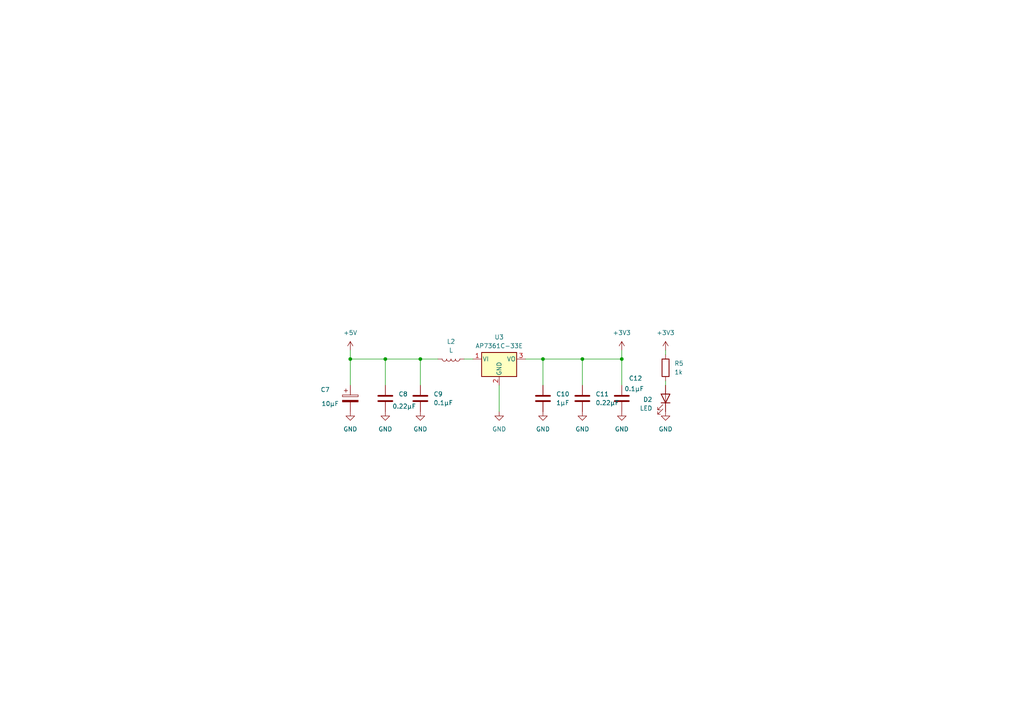
<source format=kicad_sch>
(kicad_sch (version 20231120) (generator "eeschema") (generator_version "8.0")
  (paper "A4")
  (lib_symbols
    (symbol "Device:C" (pin_numbers hide) (pin_names (offset 0.254))
      (property "Reference" "C" (at 0.635 2.54 0))
      (property "Value" "C" (at 0.635 -2.54 0))
      (symbol "C_0_1"
        (polyline (pts (xy -2.032 -0.762) (xy 2.032 -0.762)) (stroke (width 0.508)))
        (polyline (pts (xy -2.032 0.762) (xy 2.032 0.762)) (stroke (width 0.508)))
      )
      (symbol "C_1_1"
        (pin passive line (at 0 3.81 270) (length 2.794) (name "~") (number "1"))
        (pin passive line (at 0 -3.81 90) (length 2.794) (name "~") (number "2"))
      )
    )
    (symbol "Device:C_Polarized" (pin_numbers hide) (pin_names (offset 0.254))
      (property "Reference" "C" (at 0.635 2.54 0))
      (property "Value" "C_Polarized" (at 0.635 -2.54 0))
      (symbol "C_Polarized_0_1"
        (rectangle (start -2.286 0.508) (end 2.286 1.016))
        (polyline (pts (xy -1.778 2.286) (xy -0.762 2.286)))
        (polyline (pts (xy -1.27 2.794) (xy -1.27 1.778)))
        (rectangle (start 2.286 -0.508) (end -2.286 -1.016) (fill (type outline)))
      )
      (symbol "C_Polarized_1_1"
        (pin passive line (at 0 3.81 270) (length 2.794) (name "~") (number "1"))
        (pin passive line (at 0 -3.81 90) (length 2.794) (name "~") (number "2"))
      )
    )
    (symbol "Device:L" (pin_numbers hide) (pin_names (offset 1.016) hide)
      (property "Reference" "L" (at -1.27 0 90))
      (property "Value" "L" (at 1.905 0 90))
      (symbol "L_0_1"
        (arc (start 0 -2.54) (mid 0.6323 -1.905) (end 0 -1.27))
        (arc (start 0 -1.27) (mid 0.6323 -0.635) (end 0 0))
        (arc (start 0 0) (mid 0.6323 0.635) (end 0 1.27))
        (arc (start 0 1.27) (mid 0.6323 1.905) (end 0 2.54))
      )
      (symbol "L_1_1"
        (pin passive line (at 0 3.81 270) (length 1.27) (name "1") (number "1"))
        (pin passive line (at 0 -3.81 90) (length 1.27) (name "2") (number "2"))
      )
    )
    (symbol "Device:LED" (pin_numbers hide) (pin_names (offset 1.016) hide)
      (property "Reference" "D" (at 0 2.54 0))
      (property "Value" "LED" (at 0 -2.54 0))
      (symbol "LED_0_1"
        (polyline (pts (xy -1.27 -1.27) (xy -1.27 1.27)) (stroke (width 0.254)))
        (polyline (pts (xy -1.27 0) (xy 1.27 0)))
        (polyline (pts (xy 1.27 -1.27) (xy 1.27 1.27) (xy -1.27 0) (xy 1.27 -1.27)) (stroke (width 0.254)))
        (polyline (pts (xy -3.048 -0.762) (xy -4.572 -2.286) (xy -3.81 -2.286) (xy -4.572 -2.286) (xy -4.572 -1.524)))
        (polyline (pts (xy -1.778 -0.762) (xy -3.302 -2.286) (xy -2.54 -2.286) (xy -3.302 -2.286) (xy -3.302 -1.524)))
      )
      (symbol "LED_1_1"
        (pin passive line (at -3.81 0 0) (length 2.54) (name "K") (number "1"))
        (pin passive line (at 3.81 0 180) (length 2.54) (name "A") (number "2"))
      )
    )
    (symbol "Device:R" (pin_numbers hide) (pin_names (offset 0))
      (property "Reference" "R" (at 2.032 0 90))
      (property "Value" "R" (at 0 0 90))
      (symbol "R_0_1"
        (rectangle (start -1.016 -2.54) (end 1.016 2.54) (stroke (width 0.254)))
      )
      (symbol "R_1_1"
        (pin passive line (at 0 3.81 270) (length 1.27) (name "~") (number "1"))
        (pin passive line (at 0 -3.81 90) (length 1.27) (name "~") (number "2"))
      )
    )
    (symbol "Regulator_Linear:AP7361C-33E" (pin_names (offset 0.254))
      (property "Reference" "U" (at -3.81 3.175 0))
      (property "Value" "AP7361C-33E" (at 0 3.175 0))
      (symbol "AP7361C-33E_0_1"
        (rectangle (start -5.08 -5.08) (end 5.08 1.905) (stroke (width 0.254)) (fill (type background)))
      )
      (symbol "AP7361C-33E_1_1"
        (pin power_in line (at -7.62 0 0) (length 2.54) (name "VI") (number "1"))
        (pin power_in line (at 0 -7.62 90) (length 2.54) (name "GND") (number "2"))
        (pin power_out line (at 7.62 0 180) (length 2.54) (name "VO") (number "3"))
      )
    )
    (symbol "power:+3V3" (power) (pin_names (offset 0))
      (property "Value" "+3V3" (at 0 3.556 0))
      (symbol "+3V3_0_1"
        (polyline (pts (xy -0.762 1.27) (xy 0 2.54)))
        (polyline (pts (xy 0 0) (xy 0 2.54)))
        (polyline (pts (xy 0 2.54) (xy 0.762 1.27)))
      )
      (symbol "+3V3_1_1"
        (pin power_in line (at 0 0 90) (length 0) hide (name "+3V3") (number "1"))
      )
    )
    (symbol "power:+5V" (power) (pin_names (offset 0))
      (property "Value" "+5V" (at 0 3.556 0))
      (symbol "+5V_0_1"
        (polyline (pts (xy -0.762 1.27) (xy 0 2.54)))
        (polyline (pts (xy 0 0) (xy 0 2.54)))
        (polyline (pts (xy 0 2.54) (xy 0.762 1.27)))
      )
      (symbol "+5V_1_1"
        (pin power_in line (at 0 0 90) (length 0) hide (name "+5V") (number "1"))
      )
    )
    (symbol "power:GND" (power) (pin_names (offset 0))
      (property "Value" "GND" (at 0 -3.81 0))
      (symbol "GND_0_1"
        (polyline (pts (xy 0 0) (xy 0 -1.27) (xy 1.27 -1.27) (xy 0 -2.54) (xy -1.27 -1.27) (xy 0 -1.27)))
      )
      (symbol "GND_1_1"
        (pin power_in line (at 0 0 270) (length 0) hide (name "GND") (number "1"))
      )
    )
  )
  (junction (at 111.76 104.14))
  (junction (at 180.34 104.14))
  (junction (at 157.48 104.14))
  (junction (at 121.92 104.14))
  (junction (at 101.6 104.14))
  (junction (at 168.91 104.14))
  (wire (pts (xy 111.76 104.14) (xy 121.92 104.14)))
  (wire (pts (xy 157.48 111.76) (xy 157.48 104.14)))
  (wire (pts (xy 121.92 104.14) (xy 127 104.14)))
  (wire (pts (xy 157.48 104.14) (xy 168.91 104.14)))
  (wire (pts (xy 101.6 111.76) (xy 101.6 104.14)))
  (wire (pts (xy 180.34 111.76) (xy 180.34 104.14)))
  (wire (pts (xy 101.6 104.14) (xy 111.76 104.14)))
  (wire (pts (xy 193.04 110.49) (xy 193.04 111.76)))
  (wire (pts (xy 152.4 104.14) (xy 157.48 104.14)))
  (wire (pts (xy 134.62 104.14) (xy 137.16 104.14)))
  (wire (pts (xy 111.76 111.76) (xy 111.76 104.14)))
  (wire (pts (xy 121.92 111.76) (xy 121.92 104.14)))
  (wire (pts (xy 193.04 101.6) (xy 193.04 102.87)))
  (wire (pts (xy 168.91 104.14) (xy 180.34 104.14)))
  (wire (pts (xy 180.34 101.6) (xy 180.34 104.14)))
  (wire (pts (xy 168.91 111.76) (xy 168.91 104.14)))
  (wire (pts (xy 144.78 119.38) (xy 144.78 111.76)))
  (wire (pts (xy 101.6 101.6) (xy 101.6 104.14)))
  (symbol (lib_id "power:GND") (at 144.78 119.38 0) (unit 1)
    (property "Reference" "#PWR07" (effects (hide yes)))
    (property "Value" "GND" (at 144.78 124.46 0))
    (property "Description" "Power symbol creates a global label with name \"GND\" , ground" (effects (hide yes)))
  )
  (symbol (lib_id "Device:C") (at 111.76 115.57 0) (unit 1)
    (property "Reference" "C8" (at 115.57 114.2999 0) (effects (justify left)))
    (property "Value" "0.22µF" (at 113.792 117.856 0) (effects (justify left)))
    (property "Description" "Unpolarized capacitor" (effects (hide yes)))
  )
  (symbol (lib_id "power:GND") (at 157.48 119.38 0) (unit 1)
    (property "Reference" "#PWR08" (effects (hide yes)))
    (property "Value" "GND" (at 157.48 124.46 0))
    (property "Description" "Power symbol creates a global label with name \"GND\" , ground" (effects (hide yes)))
  )
  (symbol (lib_id "Device:C_Polarized") (at 101.6 115.57 0) (unit 1)
    (property "Reference" "C7" (at 92.964 113.03 0) (effects (justify left)))
    (property "Value" "10µF" (at 93.218 117.094 0) (effects (justify left)))
    (property "Description" "Polarized capacitor" (effects (hide yes)))
  )
  (symbol (lib_id "Device:C") (at 168.91 115.57 0) (unit 1)
    (property "Reference" "C11" (at 172.72 114.2999 0) (effects (justify left)))
    (property "Value" "0.22µF" (at 172.72 116.8399 0) (effects (justify left)))
    (property "Description" "Unpolarized capacitor" (effects (hide yes)))
  )
  (symbol (lib_id "Device:R") (at 193.04 106.68 0) (unit 1)
    (property "Reference" "R5" (at 195.58 105.4099 0) (effects (justify left)))
    (property "Value" "1k" (at 195.58 107.9499 0) (effects (justify left)))
    (property "Description" "Resistor" (effects (hide yes)))
  )
  (symbol (lib_id "Device:L") (at 130.81 104.14 270) (unit 1)
    (property "Reference" "L2" (at 130.81 99.06 90))
    (property "Value" "L" (at 130.81 101.6 90))
    (property "Description" "Inductor" (effects (hide yes)))
  )
  (symbol (lib_id "Device:C") (at 157.48 115.57 0) (unit 1)
    (property "Reference" "C10" (at 161.29 114.2999 0) (effects (justify left)))
    (property "Value" "1µF" (at 161.29 116.8399 0) (effects (justify left)))
    (property "Description" "Unpolarized capacitor" (effects (hide yes)))
  )
  (symbol (lib_id "Device:C") (at 180.34 115.57 0) (unit 1)
    (property "Reference" "C12" (at 182.372 109.728 0) (effects (justify left)))
    (property "Value" "0.1µF" (at 181.102 112.776 0) (effects (justify left)))
    (property "Description" "Unpolarized capacitor" (effects (hide yes)))
  )
  (symbol (lib_id "Regulator_Linear:AP7361C-33E") (at 144.78 104.14 0) (unit 1)
    (property "Reference" "U3" (at 144.78 97.79 0))
    (property "Value" "AP7361C-33E" (at 144.78 100.33 0))
    (property "Footprint" "Package_TO_SOT_SMD:SOT-223-3_TabPin2" (effects (hide yes)))
    (property "Datasheet" "https://www.diodes.com/assets/Datasheets/AP7361C.pdf" (effects (hide yes)))
    (property "Description" "1A Low Dropout regulator, positive, 3.3V fixed output, SOT-223" (effects (hide yes)))
  )
  (symbol (lib_id "Device:LED") (at 193.04 115.57 270) (mirror x) (unit 1)
    (property "Reference" "D2" (at 189.23 115.8874 90) (effects (justify right)))
    (property "Value" "LED" (at 189.23 118.4274 90) (effects (justify right)))
    (property "Description" "Light emitting diode" (effects (hide yes)))
  )
  (symbol (lib_id "power:+3V3") (at 193.04 101.6 0) (unit 1)
    (property "Reference" "#PWR014" (effects (hide yes)))
    (property "Value" "+3V3" (at 193.04 96.52 0))
    (property "Description" "Power symbol creates a global label with name \"+3V3\"" (effects (hide yes)))
  )
  (symbol (lib_id "power:GND") (at 180.34 119.38 0) (unit 1)
    (property "Reference" "#PWR012" (effects (hide yes)))
    (property "Value" "GND" (at 180.34 124.46 0))
    (property "Description" "Power symbol creates a global label with name \"GND\" , ground" (effects (hide yes)))
  )
  (symbol (lib_id "power:GND") (at 168.91 119.38 0) (unit 1)
    (property "Reference" "#PWR09" (effects (hide yes)))
    (property "Value" "GND" (at 168.91 124.46 0))
    (property "Description" "Power symbol creates a global label with name \"GND\" , ground" (effects (hide yes)))
  )
  (symbol (lib_id "power:GND") (at 111.76 119.38 0) (unit 1)
    (property "Reference" "#PWR05" (effects (hide yes)))
    (property "Value" "GND" (at 111.76 124.46 0))
    (property "Description" "Power symbol creates a global label with name \"GND\" , ground" (effects (hide yes)))
  )
  (symbol (lib_id "power:GND") (at 101.6 119.38 0) (unit 1)
    (property "Reference" "#PWR04" (effects (hide yes)))
    (property "Value" "GND" (at 101.6 124.46 0))
    (property "Description" "Power symbol creates a global label with name \"GND\" , ground" (effects (hide yes)))
  )
  (symbol (lib_id "power:+5V") (at 101.6 101.6 0) (unit 1)
    (property "Reference" "#PWR03" (effects (hide yes)))
    (property "Value" "+5V" (at 101.6 96.52 0))
    (property "Description" "Power symbol creates a global label with name \"+5V\"" (effects (hide yes)))
  )
  (symbol (lib_id "power:+3V3") (at 180.34 101.6 0) (unit 1)
    (property "Reference" "#PWR011" (effects (hide yes)))
    (property "Value" "+3V3" (at 180.34 96.52 0))
    (property "Description" "Power symbol creates a global label with name \"+3V3\"" (effects (hide yes)))
  )
  (symbol (lib_id "Device:C") (at 121.92 115.57 0) (unit 1)
    (property "Reference" "C9" (at 125.73 114.2999 0) (effects (justify left)))
    (property "Value" "0.1µF" (at 125.73 116.8399 0) (effects (justify left)))
    (property "Description" "Unpolarized capacitor" (effects (hide yes)))
  )
  (symbol (lib_id "power:GND") (at 121.92 119.38 0) (unit 1)
    (property "Reference" "#PWR06" (effects (hide yes)))
    (property "Value" "GND" (at 121.92 124.46 0))
    (property "Description" "Power symbol creates a global label with name \"GND\" , ground" (effects (hide yes)))
  )
  (symbol (lib_id "power:GND") (at 193.04 119.38 0) (unit 1)
    (property "Reference" "#PWR015" (effects (hide yes)))
    (property "Value" "GND" (at 193.04 124.46 0))
    (property "Description" "Power symbol creates a global label with name \"GND\" , ground" (effects (hide yes)))
  )
)
</source>
